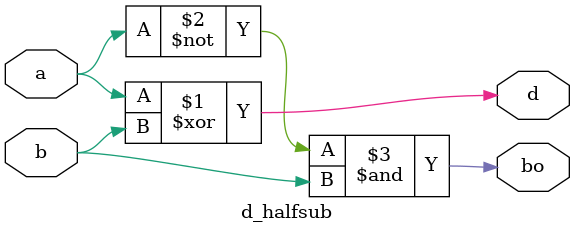
<source format=v>
module d_halfsub(a,b,d,bo);
    input a,b;
    output d,bo;
    assign d = a^b,bo=(~a)&b;
endmodule

</source>
